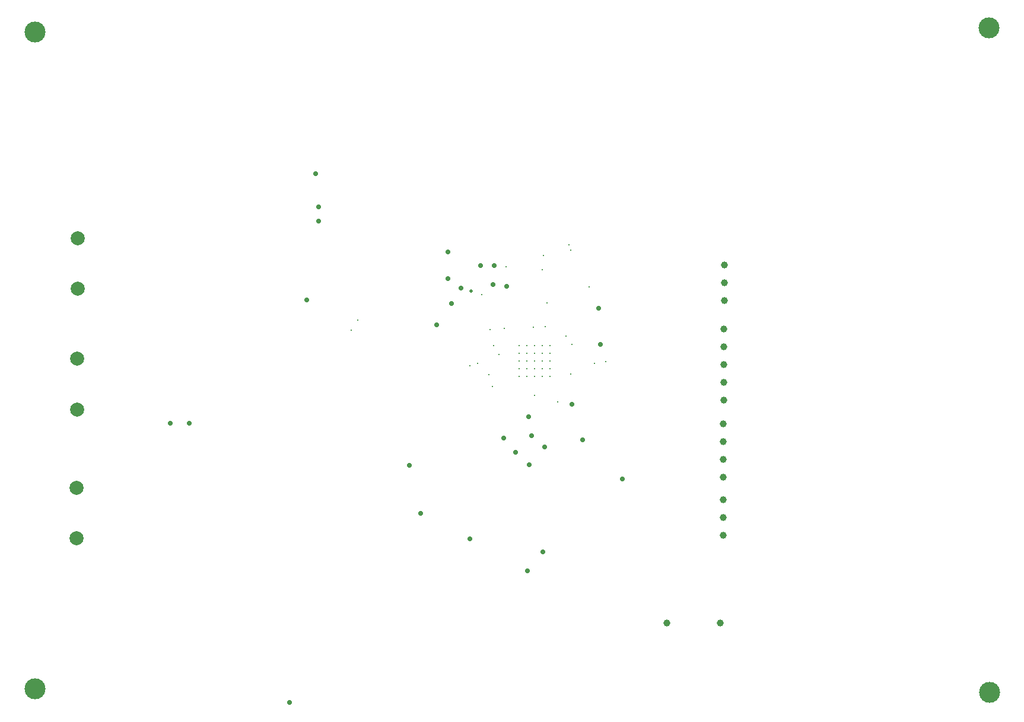
<source format=gbr>
%TF.GenerationSoftware,Altium Limited,Altium Designer,25.8.1 (18)*%
G04 Layer_Color=0*
%FSLAX45Y45*%
%MOMM*%
%TF.SameCoordinates,56FEC790-4A4F-4F9A-8951-50DBF4044865*%
%TF.FilePolarity,Positive*%
%TF.FileFunction,Plated,1,2,PTH,Drill*%
%TF.Part,Single*%
G01*
G75*
%TA.AperFunction,ComponentDrill*%
%ADD94C,1.00000*%
%ADD95C,1.00000*%
%TA.AperFunction,ViaDrill,NotFilled*%
%ADD96C,3.00000*%
%ADD97C,0.71120*%
%ADD98C,0.30000*%
%ADD99C,0.20000*%
%ADD100C,0.50000*%
%ADD101C,0.10000*%
%ADD102C,2.00000*%
D94*
X12743793Y7322857D02*
D03*
X12730000Y6222000D02*
D03*
Y6476000D02*
D03*
Y5390000D02*
D03*
X12752885Y8741546D02*
D03*
X12743793Y7830857D02*
D03*
Y8084857D02*
D03*
X12730000Y5968000D02*
D03*
X12752885Y8487546D02*
D03*
X12743793Y7576857D02*
D03*
X12730000Y6730000D02*
D03*
Y5136000D02*
D03*
X12752885Y8995546D02*
D03*
X12730000Y5644000D02*
D03*
X12743793Y7068857D02*
D03*
D95*
X11930000Y3882500D02*
D03*
X12690000D02*
D03*
D96*
X16532500Y2892500D02*
D03*
X16525000Y12385001D02*
D03*
X2915000Y2945000D02*
D03*
X2910000Y12320001D02*
D03*
D97*
X9272500Y8989614D02*
D03*
X8802500Y8801650D02*
D03*
X8992360Y8662567D02*
D03*
X6920000Y10300000D02*
D03*
X6960000Y9622500D02*
D03*
X6957500Y9822500D02*
D03*
X6792500Y8497500D02*
D03*
X9462500Y8985000D02*
D03*
X10952500Y8380000D02*
D03*
X9772500Y6322500D02*
D03*
X9997500Y6560000D02*
D03*
X9597500Y6527500D02*
D03*
X9955000Y6827500D02*
D03*
X9965000Y6142500D02*
D03*
X10182500Y6395000D02*
D03*
X11292500Y5937500D02*
D03*
X9642500Y8690000D02*
D03*
X9447500Y8720000D02*
D03*
X8852500Y8450100D02*
D03*
X8645000Y8145000D02*
D03*
X10577500Y7007500D02*
D03*
X10982500Y7860000D02*
D03*
X10155000Y4895000D02*
D03*
X8417500Y5452500D02*
D03*
X4842500Y6740000D02*
D03*
X10725000Y6502500D02*
D03*
X9942500Y4625000D02*
D03*
X8802500Y9180000D02*
D03*
X9115000Y5082500D02*
D03*
X5110000Y6737500D02*
D03*
X8255000Y6135000D02*
D03*
X6540000Y2750000D02*
D03*
D98*
X10217500Y8455467D02*
D03*
X10492500Y7980000D02*
D03*
X9607500Y8087500D02*
D03*
X9225567Y7594778D02*
D03*
X11057500Y7614400D02*
D03*
X10554400Y7440000D02*
D03*
X9120600Y7560000D02*
D03*
X9387500Y7430000D02*
D03*
X9457500Y7844400D02*
D03*
X9437500Y7265000D02*
D03*
D99*
X9288800Y8576667D02*
D03*
X9637500Y8972500D02*
D03*
X9405000Y8075000D02*
D03*
X10167500Y9132500D02*
D03*
X10150000Y8932500D02*
D03*
X10555000Y9207500D02*
D03*
X10527500Y9287500D02*
D03*
X10822500Y8680000D02*
D03*
X10189274Y8115726D02*
D03*
X10022300Y8108100D02*
D03*
X10260000Y7405000D02*
D03*
X10150001D02*
D03*
X10040000D02*
D03*
X9930000D02*
D03*
X9820000D02*
D03*
X10260000Y7515000D02*
D03*
X10150001D02*
D03*
X10040000D02*
D03*
X9930000D02*
D03*
X9820000D02*
D03*
X10260000Y7625000D02*
D03*
X10150001D02*
D03*
X10040000D02*
D03*
X9930000D02*
D03*
X9820000D02*
D03*
X10260000Y7735000D02*
D03*
X10150001D02*
D03*
X10040000D02*
D03*
X9930000D02*
D03*
X9820000D02*
D03*
X10260000Y7845000D02*
D03*
X10150001D02*
D03*
X10040000D02*
D03*
X9930000D02*
D03*
X9820000D02*
D03*
X10042500Y7132700D02*
D03*
X7520000Y8210000D02*
D03*
X10892500Y7595000D02*
D03*
X9532500Y7715000D02*
D03*
X7420000Y8062500D02*
D03*
X10572500Y7862200D02*
D03*
X10370000Y7037500D02*
D03*
D100*
X9130781Y8622800D02*
D03*
D101*
X9553100Y7975000D02*
D03*
D102*
X3505000Y5095011D02*
D03*
X3522500Y9380000D02*
D03*
X3512500Y7655000D02*
D03*
X3505000Y5815000D02*
D03*
X3512500Y6935011D02*
D03*
X3522500Y8660011D02*
D03*
%TF.MD5,656627ada3cef3ab4ec0c560ffcc62c0*%
M02*

</source>
